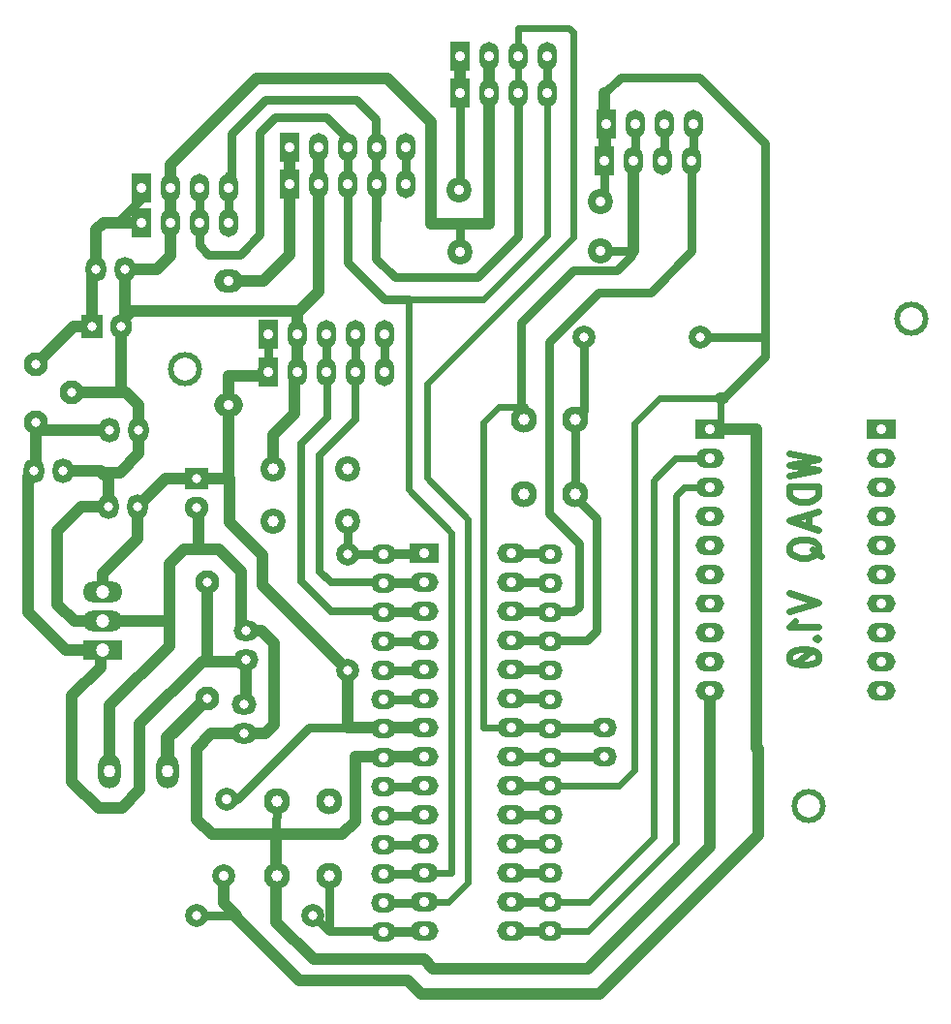
<source format=gbr>
G04 DipTrace 4.3.0.5*
G04 2 - Bottom.gbr*
%MOIN*%
G04 #@! TF.FileFunction,Copper,L2,Bot*
G04 #@! TF.Part,Single*
%ADD16C,0.047244*%
%ADD17C,0.03937*%
%ADD18C,0.031496*%
%ADD45C,0.035433*%
%ADD46C,0.043307*%
%ADD47C,0.07874*%
G04 #@! TA.AperFunction,Conductor*
%ADD19C,0.023622*%
%ADD20C,0.027559*%
G04 #@! TA.AperFunction,ComponentPad*
%ADD23R,0.098425X0.066929*%
%ADD24O,0.098425X0.066929*%
%ADD25C,0.082677*%
%ADD26C,0.086614*%
%ADD27R,0.137795X0.070866*%
%ADD28O,0.137795X0.070866*%
%ADD29R,0.066929X0.098425*%
%ADD30O,0.066929X0.098425*%
%ADD32O,0.07874X0.11811*%
%ADD33R,0.082677X0.074803*%
%ADD34O,0.082677X0.074803*%
%ADD35O,0.086614X0.070866*%
%ADD36O,0.070866X0.086614*%
%ADD37R,0.074803X0.082677*%
%ADD38O,0.074803X0.082677*%
%ADD39C,0.090551*%
%ADD40C,0.07874*%
%ADD41O,0.098425X0.07874*%
%ADD42C,0.11811*%
%ADD43O,0.086614X0.066929*%
%ADD44O,0.098425X0.062992*%
%ADD88C,0.021872*%
%FSLAX26Y26*%
G04*
G70*
G90*
G75*
G01*
G04 Bottom*
%LPD*%
X1232042Y1541962D2*
D16*
X1095769Y1405689D1*
Y1289107D1*
X1365227Y1674715D2*
D17*
Y1519348D1*
X1356858D1*
X871780Y1707349D2*
X863040D1*
Y1647801D1*
X765296Y1550057D1*
Y1255087D1*
X856359Y1164024D1*
X936906D1*
X998945Y1226062D1*
Y1452261D1*
X1215228Y1668545D1*
X1232031D1*
Y1939600D1*
Y1666645D1*
X1332921D1*
X1340992Y1674715D1*
X1365227D1*
X871780Y1707349D2*
X743929D1*
X615463Y1835815D1*
Y2303923D1*
X635224Y2323684D1*
X639952Y2491444D2*
Y2328412D1*
X635224Y2323684D1*
X639952Y2491444D2*
Y2464402D1*
X896006D1*
X2959504Y1565714D2*
Y1030855D1*
X2539679Y611030D1*
X2009391D1*
X1977345Y643076D1*
X1596539D1*
X1467405Y772210D1*
Y1072340D1*
X1695817D1*
X1741874Y1118397D1*
Y1339763D1*
X1977485D1*
X1457777Y2329356D2*
Y2448152D1*
X1531636Y2522012D1*
Y2663432D1*
X1541531D1*
Y2866467D1*
X1614695Y2939631D1*
Y3311719D1*
Y3438353D1*
X2199571Y3623403D2*
Y3172465D1*
X2100189D1*
X2000086D1*
Y3522744D1*
X1849759Y3673071D1*
X1400508D1*
X1103703Y3376267D1*
Y3280673D1*
Y3177604D1*
X1365221Y1774715D2*
X1417424D1*
X1461047Y1731092D1*
Y1450200D1*
X1430195Y1419348D1*
X1356863D1*
X871777Y1807349D2*
X1101657D1*
Y1721482D1*
X895769Y1515593D1*
Y1289101D1*
X1467405Y1072340D2*
X1247834D1*
X1194969Y1125205D1*
Y1368750D1*
X1245568Y1419348D1*
X1356863D1*
X871777Y1807349D2*
X773557D1*
X715820Y1865087D1*
Y2117412D1*
X799334Y2200927D1*
X891424D1*
X1101657Y1807349D2*
Y2004145D1*
X1149976Y2052463D1*
X1202110D1*
X1271309D1*
X1347233Y1976540D1*
Y1804592D1*
X1365221Y1786604D1*
Y1774715D1*
X948712Y3018118D2*
X1057599D1*
X1103703Y3064222D1*
Y3177604D1*
X948712Y3018118D2*
Y2835236D1*
X935333Y2821857D1*
Y2593513D1*
X764459D1*
X952737D1*
X996006Y2550244D1*
Y2464404D1*
X935333Y2821857D2*
Y2840843D1*
X969770Y2875280D1*
X1541531D1*
Y2866467D1*
X735224Y2323687D2*
X864463D1*
X869315Y2318835D1*
X891424Y2296726D1*
Y2200927D1*
X869315Y2318835D2*
X929460D1*
X996006Y2385381D1*
Y2464404D1*
X1202110Y2052463D2*
Y2191116D1*
X1194651Y2198575D1*
X1103703Y3297544D2*
D18*
X1098668D1*
Y3280673D1*
X1103703D1*
X1614695Y3311719D2*
D3*
X2199571Y3751233D2*
D17*
Y3623403D1*
X2705206Y3517265D2*
D18*
Y3395034D1*
X2699417Y3389246D1*
X1541531Y2663432D2*
Y2794492D1*
X2100189Y3172465D2*
Y3079960D1*
X2102732Y3077416D1*
X2585296Y3080872D2*
X2691235D1*
X2699417D1*
D17*
Y3389246D1*
X1472456Y1187369D2*
D18*
X1467405Y1072340D1*
X1472456Y931463D2*
X1467405Y1072340D1*
X2320120Y2501091D2*
Y2544992D1*
X2312332D1*
Y2835421D1*
X2490966Y3014055D1*
X2640455D1*
X2691235Y3064835D1*
Y3080872D1*
X2277485Y1439763D2*
D19*
X2180313D1*
Y2490507D1*
X2234799Y2544992D1*
X2312332D1*
X2277485Y1439763D2*
D18*
X2492094D1*
X2492497Y1439360D1*
X2597420D1*
X2277485Y1439763D2*
X2407135D1*
X2409607Y1437290D1*
X1836227Y1336882D2*
X1974605D1*
X1977485Y1339763D1*
X1288521Y929769D2*
D17*
Y838193D1*
X1332334Y794379D1*
Y786323D1*
X1548733Y569924D1*
X1921976D1*
X1967723Y524177D1*
X2580172D1*
X3126362Y1070368D1*
Y1368512D1*
X3122658Y1372215D1*
Y2465714D1*
X2959504D1*
X2277485Y1239763D2*
D19*
X2647165D1*
X2701139Y1293736D1*
Y2487554D1*
X2788729Y2575146D1*
X2997080D1*
Y2465714D1*
X2959504D1*
X1304775Y2976530D2*
D17*
X1423511D1*
X1514695Y3067714D1*
Y3311719D1*
Y3438353D1*
X1713179Y1638820D2*
Y1439763D1*
X1977485D1*
X991424Y2200937D2*
X1089061Y2298575D1*
X1194647D1*
X871773Y1907349D2*
Y1971954D1*
X991424Y2091605D1*
Y2200937D1*
X1304775Y2550066D2*
Y2651357D1*
X1419497D1*
Y2663432D1*
X1441531D1*
X1713179Y1638820D2*
X1422187Y1929813D1*
Y2032733D1*
X1306631Y2148289D1*
Y2298575D1*
X1304775D1*
Y2550066D1*
X1194647Y2298575D2*
X1304775D1*
X2599417Y3389246D2*
Y3622255D1*
D18*
X2654619Y3677457D1*
X2924093D1*
X3150089Y3451461D1*
Y2782735D1*
Y2718713D1*
X3006522Y2575146D1*
D17*
X2997080D1*
X1514695Y3311719D2*
D18*
D3*
X2099571Y3623403D2*
D17*
Y3751233D1*
X2605206Y3517265D2*
D18*
Y3395034D1*
X2599417Y3389246D1*
X1441531Y2794492D2*
Y2663432D1*
X2099571Y3623403D2*
Y3292752D1*
X2097728Y3290910D1*
X2599417Y3389246D2*
Y3263633D1*
X2585296Y3249512D1*
X1195053Y794379D2*
X1332334D1*
X1296884Y1193275D2*
X1334068D1*
X1580556Y1439763D1*
X1713179D1*
X2927756Y2785265D2*
X3150089Y2782735D1*
X2277485Y1239763D2*
X2409580D1*
X2409607Y1239790D1*
X1836227Y1436882D2*
X1974605D1*
X1977485Y1439763D1*
X848712Y3018118D2*
D17*
X835333D1*
Y2821857D1*
X848712Y3018118D2*
Y3152612D1*
X873704Y3177604D1*
X1003703D1*
X835333Y2821857D2*
X772158D1*
X640504Y2690202D1*
X1003703Y3177604D2*
D18*
X919724D1*
X1003703Y3261583D1*
Y3297544D1*
X1713179Y2038820D2*
X1856241D1*
Y2039763D1*
X1977485D1*
X1713685Y2152196D2*
Y2039326D1*
X1713179Y2038820D1*
X1836227Y2036882D2*
X1974605D1*
X1977485Y2039763D1*
X1649622Y931463D2*
Y739763D1*
X1977485D1*
X1595053Y794379D2*
X1649622Y739763D1*
X1836227Y736882D2*
X1974605D1*
X1977485Y739763D1*
X1714695Y3438353D2*
Y3468057D1*
X1642729Y3540023D1*
X1464439D1*
X1410270Y3485853D1*
Y3135617D1*
X1343456Y3068803D1*
X1234139D1*
X1203703Y3099239D1*
Y3177604D1*
X1977485Y939763D2*
D19*
X2072610D1*
Y2110978D1*
X1923632Y2259956D1*
Y2915252D1*
X2182506D1*
X2399571Y3132317D1*
Y3623403D1*
X1714695Y3438353D2*
D18*
Y3311719D1*
Y3041319D1*
X1840762Y2915252D1*
X1923632D1*
X1203703Y3297544D2*
Y3177604D1*
X1714695Y3311719D2*
D3*
X2399571Y3751233D2*
Y3623403D1*
X1836227Y936882D2*
X1974605D1*
X1977485Y939763D1*
X1303703Y3177604D2*
Y3297544D1*
Y3339297D1*
X1313334D1*
Y3483952D1*
X1429882Y3600499D1*
X1744727D1*
X1811540Y3533685D1*
Y3486866D1*
Y3055285D1*
X1876305Y2990520D1*
X2161011D1*
X2299571Y3129079D1*
Y3623403D1*
X1814695Y3438353D2*
X1811540Y3486866D1*
X1977485Y839763D2*
D19*
X2061350D1*
X2128164Y906576D1*
Y2158629D1*
X1987738Y2299054D1*
Y2625449D1*
X2490361Y3128071D1*
Y3832958D1*
X2474584Y3848735D1*
X2299571D1*
Y3751233D1*
Y3623403D1*
X1303703Y3297544D2*
D18*
D3*
X1814695Y3311719D2*
X1811540Y3055285D1*
X2299571Y3751233D2*
D3*
X1836227Y836882D2*
X1974605D1*
X1977485Y839763D1*
X1741531Y2663432D2*
D20*
Y2500722D1*
X1617274Y2376465D1*
Y1978876D1*
X1656387Y1939763D1*
X1977485D1*
X1741531Y2794492D2*
D18*
Y2663432D1*
X1836227Y1936882D2*
X1974605D1*
X1977485Y1939763D1*
Y1839763D2*
D20*
X1657551D1*
X1554442Y1942872D1*
Y2415735D1*
X1645076Y2506369D1*
Y2663432D1*
X1641531D1*
Y2794492D2*
D18*
Y2663432D1*
X1836227Y1836882D2*
X1974605D1*
X1977485Y1839763D1*
X2277485D2*
X2492269D1*
X2510355Y1857849D1*
Y2075012D1*
X2407332Y2178036D1*
Y2766024D1*
X2577169Y2935861D1*
X2756304D1*
X2899417Y3078974D1*
Y3389246D1*
X2905206Y3517265D2*
Y3395034D1*
X2899417Y3389246D1*
X2277485Y1839763D2*
X2407134D1*
X2409607Y1837290D1*
X1914695Y3311719D2*
Y3438353D1*
X2277485Y1339763D2*
X2597022D1*
X2597425Y1339360D1*
X2277485Y1339763D2*
X2407135D1*
X2409607Y1337290D1*
X2805206Y3517265D2*
Y3395034D1*
X2799417Y3389246D1*
X2277485Y739763D2*
D19*
X2541065D1*
X2844605Y1043302D1*
Y2238439D1*
X2871880Y2265714D1*
X2959504D1*
X2277485Y739763D2*
D18*
X2409580D1*
X2409607Y739790D1*
X2277485Y839763D2*
D19*
X2544131D1*
X2767858Y1063490D1*
Y2291641D1*
X2841931Y2365714D1*
X2959504D1*
X2277485Y839763D2*
D18*
X2409580D1*
X2409607Y839790D1*
X1841531Y2794492D2*
Y2663432D1*
X2277485Y1739763D2*
X2537765D1*
X2570567Y1772563D1*
Y2160198D1*
X2497286Y2233478D1*
Y2245185D1*
X2277485Y1739763D2*
X2407134D1*
X2409607Y1737290D1*
X2497286Y2245185D2*
Y2501091D1*
X2527756Y2785265D2*
Y2531561D1*
X2497286Y2501091D1*
X1836227Y1736882D2*
X1974605D1*
X1977485Y1739763D1*
X1836227Y1636882D2*
X1974605D1*
X1977485Y1639763D1*
X1836227Y1536882D2*
X1974605D1*
X1977485Y1539763D1*
X1836227Y1236882D2*
X1974605D1*
X1977485Y1239763D1*
X2277485Y1139763D2*
X2409580D1*
X2409607Y1139790D1*
X2277485Y1039763D2*
X2409580D1*
X2409607Y1039790D1*
X2277485Y939763D2*
X2409580D1*
X2409607Y939790D1*
X2277485Y1539763D2*
X2407134D1*
X2409607Y1537290D1*
X2277485Y1639763D2*
X2407134D1*
X2409607Y1637290D1*
X2277485Y1939763D2*
X2407134D1*
X2409607Y1937290D1*
X2277485Y2039763D2*
X2407134D1*
X2409607Y2037290D1*
X1836227Y1136882D2*
X1974605D1*
X1977485Y1139763D1*
X1836227Y1036882D2*
X1974605D1*
X1977485Y1039763D1*
D23*
X3550404Y2465714D3*
X1977485Y2039763D3*
D24*
Y1939763D3*
Y1839763D3*
Y1739763D3*
Y1639763D3*
Y1539763D3*
Y1439763D3*
Y1339763D3*
Y1239763D3*
Y1139763D3*
Y1039763D3*
Y939763D3*
Y839763D3*
Y739763D3*
X2277485D3*
Y839763D3*
Y939763D3*
Y1039763D3*
Y1139763D3*
Y1239763D3*
Y1339763D3*
Y1439763D3*
Y1539763D3*
Y1639763D3*
Y1739763D3*
Y1839763D3*
Y1939763D3*
Y2039763D3*
D25*
X1232031Y1939600D3*
X1232042Y1541962D3*
D26*
X1713685Y2152196D3*
X1713681Y2329361D3*
X1457776Y2329356D3*
X1457780Y2152190D3*
D27*
X871780Y1707350D3*
D28*
X871777Y1807350D3*
X871773Y1907350D3*
D29*
X2599417Y3389246D3*
D30*
X2699417D3*
X2799417D3*
X2899417D3*
D29*
X1514695Y3438353D3*
D30*
X1614695D3*
X1714695D3*
X1814695D3*
X1914695D3*
D29*
X1003703Y3177604D3*
D30*
X1103703D3*
X1203703D3*
X1303703D3*
D25*
X640504Y2690202D3*
X764459Y2593514D3*
X639952Y2491444D3*
D32*
X1095769Y1289106D3*
X895769Y1289102D3*
D29*
X2099571Y3623403D3*
D30*
X2199571D3*
X2299571D3*
X2399571D3*
D29*
X1441531Y2663432D3*
D30*
X1541531D3*
X1641531D3*
X1741531D3*
X1841531D3*
D33*
X1194647Y2298575D3*
D34*
X1194651Y2198575D3*
D35*
X1365226Y1674715D3*
X1365222Y1774715D3*
X1356858Y1519348D3*
X1356863Y1419348D3*
D36*
X891424Y2200927D3*
X991424Y2200937D3*
X635224Y2323684D3*
X735224Y2323686D3*
X896006Y2464401D3*
X996006Y2464405D3*
D37*
X835333Y2821857D3*
D38*
X935333D3*
D36*
X948712Y3018118D3*
X848712D3*
D39*
X1649622Y1187369D3*
X1472456D3*
Y931463D3*
X1649622D3*
D40*
X1713179Y1638820D3*
Y2038820D3*
X1288521Y929769D3*
X1296884Y1193275D3*
D41*
X1304775Y2550066D3*
Y2976530D3*
D42*
X3655563Y2847873D3*
X3300496Y1169916D3*
D39*
X2497286Y2501091D3*
X2320120D3*
Y2245185D3*
X2497286D3*
D42*
X1153703Y2672487D3*
D40*
X1595053Y794379D3*
X1195053D3*
D43*
X2597425Y1339360D3*
X2597419Y1439360D3*
X2409607Y1337290D3*
Y1437290D3*
Y1537290D3*
Y1637290D3*
Y1737290D3*
Y1837290D3*
Y1937290D3*
Y2037290D3*
D29*
X1003703Y3297544D3*
D30*
X1103703D3*
X1203703D3*
X1303703D3*
D29*
X1514695Y3311719D3*
D30*
X1614695D3*
X1714695D3*
X1814695D3*
X1914695D3*
D29*
X2099571Y3751233D3*
D30*
X2199571D3*
X2299571D3*
X2399571D3*
D29*
X2605206Y3517265D3*
D30*
X2705206D3*
X2805206D3*
X2905206D3*
D29*
X1441531Y2794492D3*
D30*
X1541531D3*
X1641531D3*
X1741531D3*
X1841531D3*
D26*
X2097728Y3290910D3*
X2585296Y3249512D3*
X2102732Y3077416D3*
X2585296Y3080872D3*
D40*
X2927756Y2785265D3*
X2527756D3*
D43*
X1836227Y736882D3*
Y836882D3*
Y936882D3*
Y1036882D3*
Y1136882D3*
Y1236882D3*
Y1336882D3*
Y1436882D3*
Y1536882D3*
Y1636882D3*
Y1736882D3*
Y1836882D3*
Y1936882D3*
Y2036882D3*
X2409607Y1239790D3*
Y1139790D3*
Y1039790D3*
Y939790D3*
Y839790D3*
Y739790D3*
D23*
X2959504Y2465714D3*
D24*
Y2365714D3*
Y2265714D3*
Y2165714D3*
Y2065714D3*
Y1965714D3*
D44*
Y1865714D3*
D24*
Y1765714D3*
Y1665714D3*
Y1565714D3*
X3550404Y2365714D3*
Y2265714D3*
Y2165714D3*
Y2065714D3*
Y1965714D3*
D44*
Y1865714D3*
D24*
Y1765714D3*
Y1665714D3*
Y1565714D3*
X3234387Y2383243D2*
D88*
X3334867Y2364053D1*
X3234387Y2344952D1*
X3334867Y2325851D1*
X3234387Y2306661D1*
Y2271666D2*
X3334867D1*
Y2244871D1*
X3330003Y2233375D1*
X3320497Y2225681D1*
X3310880Y2221879D1*
X3296620Y2218076D1*
X3272633D1*
X3258263Y2221879D1*
X3248757Y2225681D1*
X3239140Y2233375D1*
X3234387Y2244871D1*
Y2271666D1*
X3334867Y2121798D2*
X3234387Y2152484D1*
X3334867Y2183081D1*
X3301373Y2171585D2*
Y2133294D1*
X3234387Y2063810D2*
X3239029Y2071415D1*
X3248646Y2079109D1*
X3258263Y2082911D1*
X3272633Y2086802D1*
X3296510D1*
X3310880Y2082911D1*
X3320386Y2079109D1*
X3330003Y2071415D1*
X3334756Y2063810D1*
Y2048512D1*
X3330003Y2040818D1*
X3320386Y2033213D1*
X3310880Y2029410D1*
X3296510Y2025519D1*
X3272633D1*
X3258263Y2029410D1*
X3248646Y2033213D1*
X3239029Y2040818D1*
X3234387Y2048512D1*
Y2063810D1*
X3315633Y2052314D2*
X3344373Y2029410D1*
X3234387Y1902469D2*
X3334867Y1871872D1*
X3234387Y1841275D1*
X3253621Y1806279D2*
X3248757Y1798586D1*
X3234497Y1787090D1*
X3334867D1*
X3325250Y1748292D2*
X3330114Y1752094D1*
X3334867Y1748292D1*
X3330114Y1744401D1*
X3325250Y1748292D1*
X3234497Y1686413D2*
X3239251Y1697909D1*
X3253621Y1705602D1*
X3277497Y1709405D1*
X3291867D1*
X3315744Y1705602D1*
X3330114Y1697909D1*
X3334867Y1686413D1*
Y1678808D1*
X3330114Y1667312D1*
X3315744Y1659707D1*
X3291867Y1655816D1*
X3277497D1*
X3253621Y1659707D1*
X3239251Y1667312D1*
X3234497Y1678808D1*
Y1686413D1*
X3253621Y1659707D2*
X3315744Y1705602D1*
G04 Bottom Clear*
%LPC*%
D45*
X3550404Y2465714D3*
X1977485Y2039763D3*
Y1939763D3*
Y1839763D3*
Y1739763D3*
Y1639763D3*
Y1539763D3*
Y1439763D3*
Y1339763D3*
Y1239763D3*
Y1139763D3*
Y1039763D3*
Y939763D3*
Y839763D3*
Y739763D3*
X2277485D3*
Y839763D3*
Y939763D3*
Y1039763D3*
Y1139763D3*
Y1239763D3*
Y1339763D3*
Y1439763D3*
Y1539763D3*
Y1639763D3*
Y1739763D3*
Y1839763D3*
Y1939763D3*
Y2039763D3*
D18*
X1232031Y1939600D3*
X1232042Y1541962D3*
D17*
X1713685Y2152196D3*
X1713681Y2329361D3*
X1457776Y2329356D3*
X1457780Y2152190D3*
D16*
X871780Y1707350D3*
X871777Y1807350D3*
X871773Y1907350D3*
D45*
X2599417Y3389246D3*
X2699417D3*
X2799417D3*
X2899417D3*
X1514695Y3438353D3*
X1614695D3*
X1714695D3*
X1814695D3*
X1914695D3*
X1003703Y3177604D3*
X1103703D3*
X1203703D3*
X1303703D3*
D18*
X640504Y2690202D3*
X764459Y2593514D3*
X639952Y2491444D3*
D46*
X1095769Y1289106D3*
X895769Y1289102D3*
D45*
X2099571Y3623403D3*
X2199571D3*
X2299571D3*
X2399571D3*
X1441531Y2663432D3*
X1541531D3*
X1641531D3*
X1741531D3*
X1841531D3*
D18*
X1194647Y2298575D3*
X1194651Y2198575D3*
X1365226Y1674715D3*
X1365222Y1774715D3*
X1356858Y1519348D3*
X1356863Y1419348D3*
X891424Y2200927D3*
X991424Y2200937D3*
X635224Y2323684D3*
X735224Y2323686D3*
X896006Y2464401D3*
X996006Y2464405D3*
X835333Y2821857D3*
X935333D3*
X948712Y3018118D3*
X848712D3*
D17*
X1649622Y1187369D3*
X1472456D3*
Y931463D3*
X1649622D3*
D18*
X1713179Y1638820D3*
Y2038820D3*
D45*
X1288521Y929769D3*
X1296884Y1193275D3*
X1304775Y2550066D3*
Y2976530D3*
D47*
X3655563Y2847873D3*
X3300496Y1169916D3*
D17*
X2497286Y2501091D3*
X2320120D3*
Y2245185D3*
X2497286D3*
D47*
X1153703Y2672487D3*
D18*
X1595053Y794379D3*
X1195053D3*
X2597425Y1339360D3*
X2597419Y1439360D3*
D45*
X2409607Y1337290D3*
Y1437290D3*
Y1537290D3*
Y1637290D3*
Y1737290D3*
Y1837290D3*
Y1937290D3*
Y2037290D3*
X1003703Y3297544D3*
X1103703D3*
X1203703D3*
X1303703D3*
X1514695Y3311719D3*
X1614695D3*
X1714695D3*
X1814695D3*
X1914695D3*
X2099571Y3751233D3*
X2199571D3*
X2299571D3*
X2399571D3*
X2605206Y3517265D3*
X2705206D3*
X2805206D3*
X2905206D3*
X1441531Y2794492D3*
X1541531D3*
X1641531D3*
X1741531D3*
X1841531D3*
X2097728Y3290910D3*
X2585296Y3249512D3*
X2102732Y3077416D3*
X2585296Y3080872D3*
D18*
X2927756Y2785265D3*
X2527756D3*
D45*
X1836227Y736882D3*
Y836882D3*
Y936882D3*
Y1036882D3*
Y1136882D3*
Y1236882D3*
Y1336882D3*
Y1436882D3*
Y1536882D3*
Y1636882D3*
Y1736882D3*
Y1836882D3*
Y1936882D3*
Y2036882D3*
X2409607Y1239790D3*
Y1139790D3*
Y1039790D3*
Y939790D3*
Y839790D3*
Y739790D3*
X2959504Y2465714D3*
Y2365714D3*
Y2265714D3*
Y2165714D3*
Y2065714D3*
Y1965714D3*
Y1865714D3*
Y1765714D3*
Y1665714D3*
Y1565714D3*
X3550404Y2365714D3*
Y2265714D3*
Y2165714D3*
Y2065714D3*
Y1965714D3*
Y1865714D3*
Y1765714D3*
Y1665714D3*
Y1565714D3*
M02*

</source>
